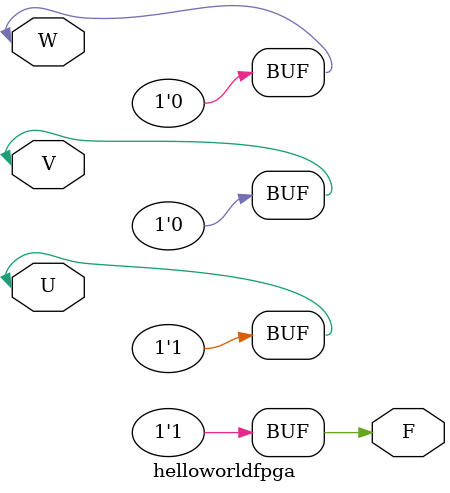
<source format=v>
module helloworldfpga(

    input  wire U,
    input  wire V,
    input  wire W,
    
    output wire F,
    );
     assign U=1;
     assign V=0;
     assign W=0;
    
    always @(*)
    begin
   F=((U&V)|(U&!W)); 
    end
    endmodule

</source>
